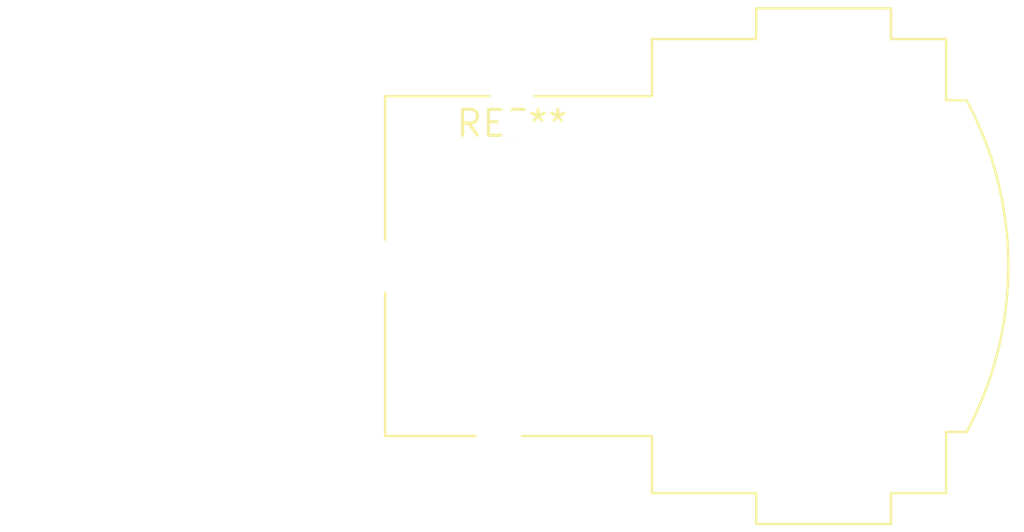
<source format=kicad_pcb>
(kicad_pcb (version 20240108) (generator pcbnew)
  (layers (0 "F.Cu" signal) (31 "B.Cu" signal) (34 "B.Paste" user) (35 "F.Paste" user) (36 "B.SilkS" user "B.Silkscreen") (37 "F.SilkS" user "F.Silkscreen") (38 "B.Mask" user) (39 "F.Mask" user) (44 "Edge.Cuts" user))
  (net 0 "")
  (footprint "Jack_XLR-6.35mm_Neutrik_NCJ6FA-H-0_Horizontal" (layer "F.Cu") (at 0 0)
    (property "Reference" "REF**")
    (property "Value" "Jack_XLR-6.35mm_Neutrik_NCJ6FA-H-0_Horizontal")
    (fp_line (start -6.205 -1.335) (end -6.205 5.685) (layer "F.SilkS") (stroke (width 0.12)))
    (fp_line (start -6.205 8.285) (end -6.205 15.305) (layer "F.SilkS") (stroke (width 0.12)))
    (fp_line (start -1.8 15.3) (end -6.205 15.3) (layer "F.SilkS") (stroke (width 0.12)))
    (fp_line (start -1.1 -1.335) (end -6.205 -1.335) (layer "F.SilkS") (stroke (width 0.12)))
    (fp_line (start 6.845 -4.135) (end 6.845 -1.335) (layer "F.SilkS") (stroke (width 0.12)))
    (fp_line (start 6.845 -1.335) (end 1.1 -1.335) (layer "F.SilkS") (stroke (width 0.12)))
    (fp_line (start 6.845 15.305) (end 0.5 15.305) (layer "F.SilkS") (stroke (width 0.12)))
    (fp_line (start 6.845 18.105) (end 6.845 15.305) (layer "F.SilkS") (stroke (width 0.12)))
    (fp_line (start 11.945 -4.135) (end 6.845 -4.135) (layer "F.SilkS") (stroke (width 0.12)))
    (fp_line (start 11.945 -4.135) (end 11.945 -5.635) (layer "F.SilkS") (stroke (width 0.12)))
    (fp_line (start 11.945 18.105) (end 6.845 18.105) (layer "F.SilkS") (stroke (width 0.12)))
    (fp_line (start 11.945 19.605) (end 11.945 18.105) (layer "F.SilkS") (stroke (width 0.12)))
    (fp_line (start 18.535 -5.635) (end 11.945 -5.635) (layer "F.SilkS") (stroke (width 0.12)))
    (fp_line (start 18.535 -5.635) (end 18.535 -4.135) (layer "F.SilkS") (stroke (width 0.12)))
    (fp_line (start 18.535 -4.135) (end 21.235 -4.135) (layer "F.SilkS") (stroke (width 0.12)))
    (fp_line (start 18.535 18.105) (end 18.535 19.605) (layer "F.SilkS") (stroke (width 0.12)))
    (fp_line (start 18.535 18.105) (end 21.235 18.105) (layer "F.SilkS") (stroke (width 0.12)))
    (fp_line (start 18.535 19.605) (end 11.945 19.605) (layer "F.SilkS") (stroke (width 0.12)))
    (fp_line (start 21.235 -4.135) (end 21.235 -1.135) (layer "F.SilkS") (stroke (width 0.12)))
    (fp_line (start 21.235 -1.135) (end 22.235 -1.135) (layer "F.SilkS") (stroke (width 0.12)))
    (fp_line (start 21.235 15.105) (end 21.235 18.105) (layer "F.SilkS") (stroke (width 0.12)))
    (fp_line (start 21.235 15.105) (end 22.235 15.105) (layer "F.SilkS") (stroke (width 0.12)))
    (fp_arc (start 22.235 -1.135) (mid 24.27742 6.973784) (end 22.245601 15.08523) (layer "F.SilkS") (stroke (width 0.12)))
    (pad "" np_thru_hole circle (at 8.89 6.985) (size 1.6 1.6) (drill 1.6) (layers *.Cu *.Mask))
    (pad "" np_thru_hole circle (at 12.065 1.27) (size 1.6 1.6) (drill 1.6) (layers *.Cu *.Mask))
    (pad "" np_thru_hole circle (at 12.065 12.7) (size 1.6 1.6) (drill 1.6) (layers *.Cu *.Mask))
    (pad "1" thru_hole circle (at 0 0) (size 2.9 2.9) (drill 1.2) (layers *.Cu *.Mask) (remove_unused_layers))
    (pad "2" thru_hole circle (at -0.635 13.97) (size 2.9 2.9) (drill 1.2) (layers *.Cu *.Mask) (remove_unused_layers))
    (pad "3" thru_hole circle (at -5.08 6.985) (size 2.7 2.7) (drill 1.2) (layers *.Cu *.Mask) (remove_unused_layers))
    (pad "G" thru_hole circle (at 11.43 -1.27) (size 3.2 3.2) (drill 1.6) (layers *.Cu *.Mask) (remove_unused_layers))
    (pad "R" thru_hole circle (at -4.445 9.8425) (size 2.7 2.7) (drill 1.2) (layers *.Cu *.Mask) (remove_unused_layers))
    (pad "S" thru_hole circle (at -4.445 4.1275) (size 2.7 2.7) (drill 1.2) (layers *.Cu *.Mask) (remove_unused_layers))
    (pad "T" thru_hole circle (at 2.54 2.54) (size 3.4 3.4) (drill 1.6) (layers *.Cu *.Mask) (remove_unused_layers))
    (pad "T" thru_hole circle (at 2.54 11.43) (size 3.4 3.4) (drill 1.6) (layers *.Cu *.Mask) (remove_unused_layers))
  )
)
</source>
